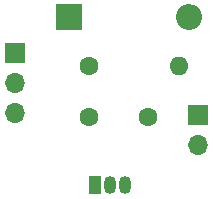
<source format=gbl>
G04 #@! TF.GenerationSoftware,KiCad,Pcbnew,8.0.4*
G04 #@! TF.CreationDate,2024-08-04T13:10:15-04:00*
G04 #@! TF.ProjectId,WormshakerPCB,576f726d-7368-4616-9b65-725043422e6b,rev?*
G04 #@! TF.SameCoordinates,Original*
G04 #@! TF.FileFunction,Copper,L2,Bot*
G04 #@! TF.FilePolarity,Positive*
%FSLAX46Y46*%
G04 Gerber Fmt 4.6, Leading zero omitted, Abs format (unit mm)*
G04 Created by KiCad (PCBNEW 8.0.4) date 2024-08-04 13:10:15*
%MOMM*%
%LPD*%
G01*
G04 APERTURE LIST*
G04 #@! TA.AperFunction,ComponentPad*
%ADD10C,1.600000*%
G04 #@! TD*
G04 #@! TA.AperFunction,ComponentPad*
%ADD11R,2.200000X2.200000*%
G04 #@! TD*
G04 #@! TA.AperFunction,ComponentPad*
%ADD12O,2.200000X2.200000*%
G04 #@! TD*
G04 #@! TA.AperFunction,ComponentPad*
%ADD13O,1.600000X1.600000*%
G04 #@! TD*
G04 #@! TA.AperFunction,ComponentPad*
%ADD14O,1.700000X1.700000*%
G04 #@! TD*
G04 #@! TA.AperFunction,ComponentPad*
%ADD15R,1.700000X1.700000*%
G04 #@! TD*
G04 #@! TA.AperFunction,ComponentPad*
%ADD16R,1.050000X1.500000*%
G04 #@! TD*
G04 #@! TA.AperFunction,ComponentPad*
%ADD17O,1.050000X1.500000*%
G04 #@! TD*
G04 APERTURE END LIST*
D10*
X148500000Y-91250000D03*
X153500000Y-91250000D03*
D11*
X146837600Y-82750000D03*
D12*
X156997600Y-82750000D03*
D10*
X148500000Y-86866200D03*
D13*
X156120000Y-86866200D03*
D14*
X157750000Y-93540000D03*
D15*
X157750000Y-91000000D03*
D16*
X148980000Y-97000000D03*
D17*
X150250000Y-97000000D03*
X151520000Y-97000000D03*
D14*
X142250000Y-90830000D03*
X142250000Y-88290000D03*
D15*
X142250000Y-85750000D03*
M02*

</source>
